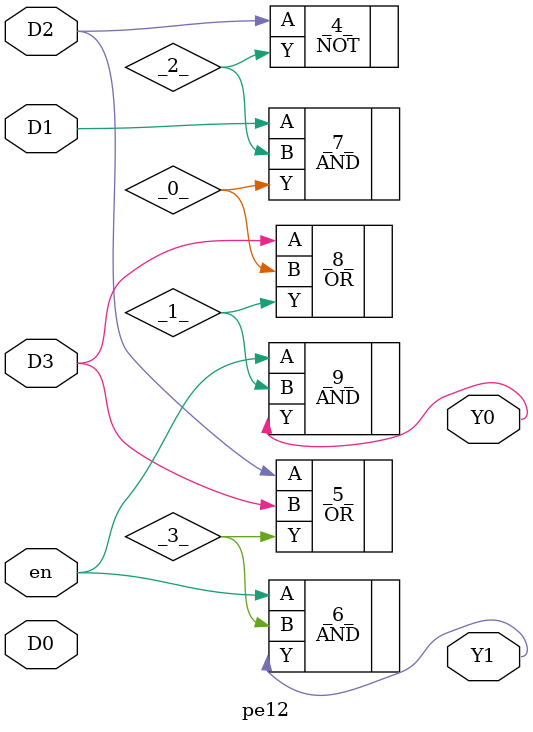
<source format=v>
/* Generated by Yosys 0.41+83 (git sha1 7045cf509, x86_64-w64-mingw32-g++ 13.2.1 -Os) */

/* cells_not_processed =  1  */
/* src = "pe12.v:1.1-18.10" */
module pe12(D0, D1, D2, D3, en, Y1, Y0);
  wire _0_;
  wire _1_;
  wire _2_;
  wire _3_;
  /* src = "pe12.v:3.11-3.13" */
  input D0;
  wire D0;
  /* src = "pe12.v:3.14-3.16" */
  input D1;
  wire D1;
  /* src = "pe12.v:3.17-3.19" */
  input D2;
  wire D2;
  /* src = "pe12.v:3.20-3.22" */
  input D3;
  wire D3;
  /* src = "pe12.v:4.19-4.21" */
  output Y0;
  wire Y0;
  /* src = "pe12.v:4.16-4.18" */
  output Y1;
  wire Y1;
  /* src = "pe12.v:3.23-3.25" */
  input en;
  wire en;
  NOT _4_ (
    .A(D2),
    .Y(_2_)
  );
  OR _5_ (
    .A(D2),
    .B(D3),
    .Y(_3_)
  );
  AND _6_ (
    .A(en),
    .B(_3_),
    .Y(Y1)
  );
  AND _7_ (
    .A(D1),
    .B(_2_),
    .Y(_0_)
  );
  OR _8_ (
    .A(D3),
    .B(_0_),
    .Y(_1_)
  );
  AND _9_ (
    .A(en),
    .B(_1_),
    .Y(Y0)
  );
endmodule

</source>
